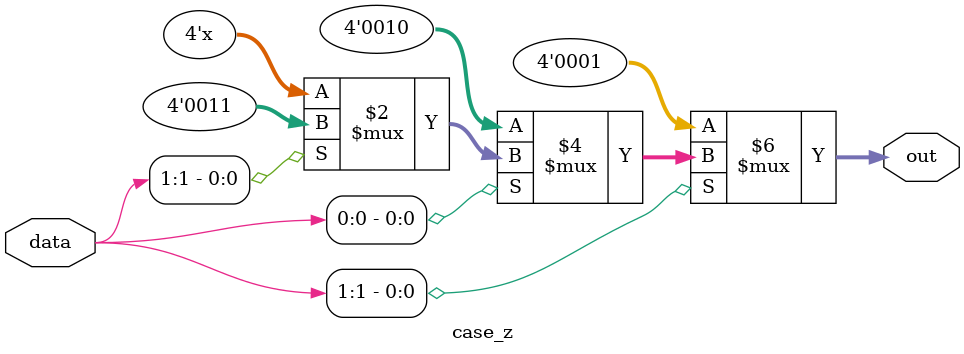
<source format=v>
module case_z(
  input  [1:0] data,
  output reg [3:0] out);
    
  always @(*) begin
    casez(data)
      2'b0z: out = 1;
      2'bz0: out = 2;
      2'b1z: out = 3;
      2'bxz: out = 4;
      
      2'b0x: out = 5;
      2'bx0: out = 6;
      2'b1x: out = 7;
      2'bx1: out = 8;

      default: $display("Invalid sel input");
    endcase
  end
endmodule
// output :
/*
# data = x1 -> out = 4
# data = 0x -> out = 1
# data = x0 -> out = 2
# data = z1 -> out = 1
# data = 0z -> out = 1
# data = z0 -> out = 1
# data = 1z -> out = 2
*/

</source>
